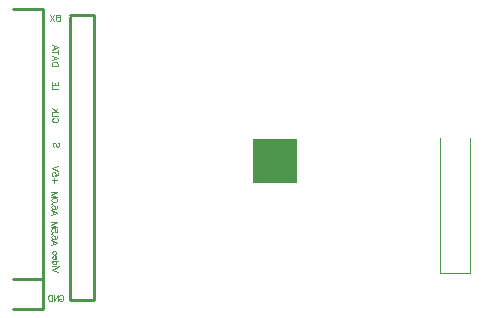
<source format=gbo>
%FSLAX25Y25*%
%MOIN*%
G70*
G01*
G75*
%ADD10C,0.01000*%
%ADD11C,0.02000*%
%ADD12C,0.00800*%
%ADD13R,0.01969X0.02000*%
%ADD14R,0.03000X0.03000*%
%ADD15R,0.02000X0.01969*%
%ADD16R,0.03150X0.00984*%
%ADD17R,0.00984X0.03150*%
%ADD18R,0.00984X0.03150*%
%ADD19R,0.05906X0.05906*%
%ADD20O,0.03150X0.00984*%
%ADD21C,0.00800*%
%ADD22R,0.05906X0.05118*%
%ADD23R,0.02000X0.03150*%
%ADD24R,0.05118X0.05906*%
%ADD25R,0.02756X0.00984*%
%ADD26R,0.00984X0.02756*%
%ADD27R,0.06299X0.06299*%
%ADD28C,0.00700*%
%ADD29C,0.01500*%
%ADD30C,0.02900*%
%ADD31C,0.00600*%
%ADD32C,0.03000*%
%ADD33R,0.00900X0.00700*%
%ADD34R,0.03000X0.02247*%
%ADD35R,0.01600X0.02900*%
%ADD36R,0.07500X0.07700*%
%ADD37R,0.04500X0.03500*%
%ADD38R,0.03900X0.03000*%
%ADD39R,0.07700X0.04600*%
%ADD40R,0.02078X0.02277*%
%ADD41R,0.04100X0.02700*%
%ADD42R,0.04000X0.03000*%
%ADD43R,0.02300X0.04800*%
%ADD44C,0.04724*%
%ADD45C,0.06000*%
%ADD46O,0.09000X0.04500*%
%ADD47C,0.04331*%
%ADD48C,0.01500*%
%ADD49C,0.06200*%
%ADD50R,0.06200X0.06200*%
%ADD51R,0.06000X0.06000*%
%ADD52C,0.02200*%
%ADD53C,0.02400*%
%ADD54C,0.02000*%
%ADD55R,0.08026X0.06000*%
%ADD56R,0.08126X0.05900*%
%ADD57R,0.07700X0.06100*%
%ADD58R,0.05600X0.04400*%
%ADD59R,0.06200X0.05400*%
%ADD60C,0.01200*%
%ADD61R,0.08100X0.04600*%
%ADD62C,0.08661*%
%ADD63C,0.00394*%
%ADD64C,0.00500*%
%ADD65C,0.00787*%
%ADD66C,0.00300*%
%ADD67R,0.03000X0.05500*%
%ADD68R,0.03000X0.05000*%
%ADD69R,0.03000X0.06000*%
%ADD70R,0.03000X0.07000*%
%ADD71R,0.01800X0.07000*%
%ADD72R,0.01800X0.19500*%
%ADD73R,0.19500X0.01800*%
%ADD74R,0.01800X0.19500*%
%ADD75R,0.19500X0.01800*%
%ADD76R,0.07654X0.02619*%
%ADD77R,0.14800X0.14700*%
D10*
X944500Y807700D02*
X954500D01*
X944500Y797700D02*
X954500D01*
X944500Y897700D02*
X954500D01*
Y797700D02*
Y897700D01*
X963500Y895600D02*
X971500D01*
X963500Y800600D02*
Y895100D01*
X971500Y800600D02*
Y895600D01*
X963500Y800600D02*
X971500D01*
D66*
X1087000Y809700D02*
Y854700D01*
X1097000Y809700D02*
Y854700D01*
X1087000Y809700D02*
X1097000D01*
X957300Y830523D02*
X959300Y829762D01*
X957300Y829000D01*
X957967Y829286D02*
Y830238D01*
X959014Y832133D02*
X959204Y832037D01*
X959300Y831752D01*
Y831561D01*
X959204Y831276D01*
X958919Y831085D01*
X958443Y830990D01*
X957967D01*
X957586Y831085D01*
X957395Y831276D01*
X957300Y831561D01*
Y831657D01*
X957395Y831942D01*
X957586Y832133D01*
X957871Y832228D01*
X957967D01*
X958252Y832133D01*
X958443Y831942D01*
X958538Y831657D01*
Y831561D01*
X958443Y831276D01*
X958252Y831085D01*
X957967Y830990D01*
X957490Y832761D02*
X957395Y832666D01*
X957300Y832761D01*
X957395Y832856D01*
X957490Y832761D01*
X959300Y833866D02*
X959204Y833580D01*
X958919Y833389D01*
X958443Y833294D01*
X958157D01*
X957681Y833389D01*
X957395Y833580D01*
X957300Y833866D01*
Y834056D01*
X957395Y834342D01*
X957681Y834532D01*
X958157Y834627D01*
X958443D01*
X958919Y834532D01*
X959204Y834342D01*
X959300Y834056D01*
Y833866D01*
Y835075D02*
X957300D01*
X959300D02*
X957300Y835837D01*
X959300Y836598D02*
X957300Y835837D01*
X959300Y836598D02*
X957300D01*
X960100Y895800D02*
Y893800D01*
Y895800D02*
X959243D01*
X958957Y895704D01*
X958862Y895609D01*
X958767Y895419D01*
Y895228D01*
X958862Y895038D01*
X958957Y894943D01*
X959243Y894847D01*
X960100D02*
X959243D01*
X958957Y894752D01*
X958862Y894657D01*
X958767Y894466D01*
Y894181D01*
X958862Y893990D01*
X958957Y893895D01*
X959243Y893800D01*
X960100D01*
X958319Y895800D02*
X956986Y893800D01*
Y895800D02*
X958319Y893800D01*
X959400Y878800D02*
X957400D01*
X959400D02*
Y879467D01*
X959304Y879752D01*
X959114Y879943D01*
X958924Y880038D01*
X958638Y880133D01*
X958162D01*
X957876Y880038D01*
X957686Y879943D01*
X957495Y879752D01*
X957400Y879467D01*
Y878800D01*
Y882104D02*
X959400Y881342D01*
X957400Y880581D01*
X958066Y880866D02*
Y881818D01*
X959400Y883237D02*
X957400D01*
X959400Y882571D02*
Y883904D01*
X957400Y885665D02*
X959400Y884903D01*
X957400Y884142D01*
X958066Y884427D02*
Y885380D01*
X959400Y870900D02*
X957400D01*
Y872043D01*
X959400Y873499D02*
Y872262D01*
X957400D01*
Y873499D01*
X958447Y872262D02*
Y873023D01*
X959124Y861328D02*
X959314Y861233D01*
X959504Y861043D01*
X959600Y860852D01*
Y860471D01*
X959504Y860281D01*
X959314Y860090D01*
X959124Y859995D01*
X958838Y859900D01*
X958362D01*
X958076Y859995D01*
X957886Y860090D01*
X957695Y860281D01*
X957600Y860471D01*
Y860852D01*
X957695Y861043D01*
X957886Y861233D01*
X958076Y861328D01*
X959600Y861890D02*
X957600D01*
Y863033D01*
X959600Y863252D02*
X957600D01*
X959600Y864585D02*
X958267Y863252D01*
X958743Y863728D02*
X957600Y864585D01*
X959514Y853033D02*
X959704Y852843D01*
X959800Y852557D01*
Y852176D01*
X959704Y851890D01*
X959514Y851700D01*
X959324D01*
X959133Y851795D01*
X959038Y851890D01*
X958943Y852081D01*
X958752Y852652D01*
X958657Y852843D01*
X958562Y852938D01*
X958371Y853033D01*
X958086D01*
X957895Y852843D01*
X957800Y852557D01*
Y852176D01*
X957895Y851890D01*
X958086Y851700D01*
X959114Y840557D02*
X957400D01*
X958257Y839700D02*
Y841414D01*
X959400Y843147D02*
Y842195D01*
X958543Y842099D01*
X958638Y842195D01*
X958733Y842480D01*
Y842766D01*
X958638Y843052D01*
X958447Y843242D01*
X958162Y843337D01*
X957971D01*
X957686Y843242D01*
X957495Y843052D01*
X957400Y842766D01*
Y842480D01*
X957495Y842195D01*
X957590Y842099D01*
X957781Y842004D01*
X959400Y843785D02*
X957400Y844547D01*
X959400Y845308D02*
X957400Y844547D01*
X957300Y820523D02*
X959300Y819762D01*
X957300Y819000D01*
X957967Y819286D02*
Y820238D01*
X959014Y822133D02*
X959204Y822037D01*
X959300Y821752D01*
Y821561D01*
X959204Y821276D01*
X958919Y821085D01*
X958443Y820990D01*
X957967D01*
X957586Y821085D01*
X957395Y821276D01*
X957300Y821561D01*
Y821657D01*
X957395Y821942D01*
X957586Y822133D01*
X957871Y822228D01*
X957967D01*
X958252Y822133D01*
X958443Y821942D01*
X958538Y821657D01*
Y821561D01*
X958443Y821276D01*
X958252Y821085D01*
X957967Y820990D01*
X957490Y822761D02*
X957395Y822666D01*
X957300Y822761D01*
X957395Y822856D01*
X957490Y822761D01*
X959300Y824437D02*
Y823485D01*
X958443Y823390D01*
X958538Y823485D01*
X958633Y823770D01*
Y824056D01*
X958538Y824342D01*
X958347Y824532D01*
X958062Y824627D01*
X957871D01*
X957586Y824532D01*
X957395Y824342D01*
X957300Y824056D01*
Y823770D01*
X957395Y823485D01*
X957490Y823390D01*
X957681Y823294D01*
X959300Y825075D02*
X957300D01*
X959300D02*
X957300Y825837D01*
X959300Y826598D02*
X957300Y825837D01*
X959300Y826598D02*
X957300D01*
X959600Y810000D02*
X957600Y810762D01*
X959600Y811524D02*
X957600Y810762D01*
X959600Y811971D02*
X959504Y812066D01*
X959600Y812161D01*
X959695Y812066D01*
X959600Y811971D01*
X958933Y812066D02*
X957600D01*
X959600Y813656D02*
X957600D01*
X958647D02*
X958838Y813466D01*
X958933Y813276D01*
Y812990D01*
X958838Y812799D01*
X958647Y812609D01*
X958362Y812514D01*
X958171D01*
X957886Y812609D01*
X957695Y812799D01*
X957600Y812990D01*
Y813276D01*
X957695Y813466D01*
X957886Y813656D01*
X958362Y814190D02*
Y815332D01*
X958552D01*
X958743Y815237D01*
X958838Y815142D01*
X958933Y814951D01*
Y814666D01*
X958838Y814475D01*
X958647Y814285D01*
X958362Y814190D01*
X958171D01*
X957886Y814285D01*
X957695Y814475D01*
X957600Y814666D01*
Y814951D01*
X957695Y815142D01*
X957886Y815332D01*
X958933Y816237D02*
X958838Y816046D01*
X958647Y815856D01*
X958362Y815761D01*
X958171D01*
X957886Y815856D01*
X957695Y816046D01*
X957600Y816237D01*
Y816522D01*
X957695Y816713D01*
X957886Y816903D01*
X958171Y816998D01*
X958362D01*
X958647Y816903D01*
X958838Y816713D01*
X958933Y816522D01*
Y816237D01*
X959872Y801923D02*
X959967Y802114D01*
X960157Y802304D01*
X960348Y802400D01*
X960729D01*
X960919Y802304D01*
X961110Y802114D01*
X961205Y801923D01*
X961300Y801638D01*
Y801162D01*
X961205Y800876D01*
X961110Y800686D01*
X960919Y800495D01*
X960729Y800400D01*
X960348D01*
X960157Y800495D01*
X959967Y800686D01*
X959872Y800876D01*
Y801162D01*
X960348D02*
X959872D01*
X959415Y802400D02*
Y800400D01*
Y802400D02*
X958082Y800400D01*
Y802400D02*
Y800400D01*
X957529Y802400D02*
Y800400D01*
Y802400D02*
X956863D01*
X956577Y802304D01*
X956387Y802114D01*
X956291Y801923D01*
X956196Y801638D01*
Y801162D01*
X956291Y800876D01*
X956387Y800686D01*
X956577Y800495D01*
X956863Y800400D01*
X957529D01*
D77*
X1032000Y847150D02*
D03*
M02*

</source>
